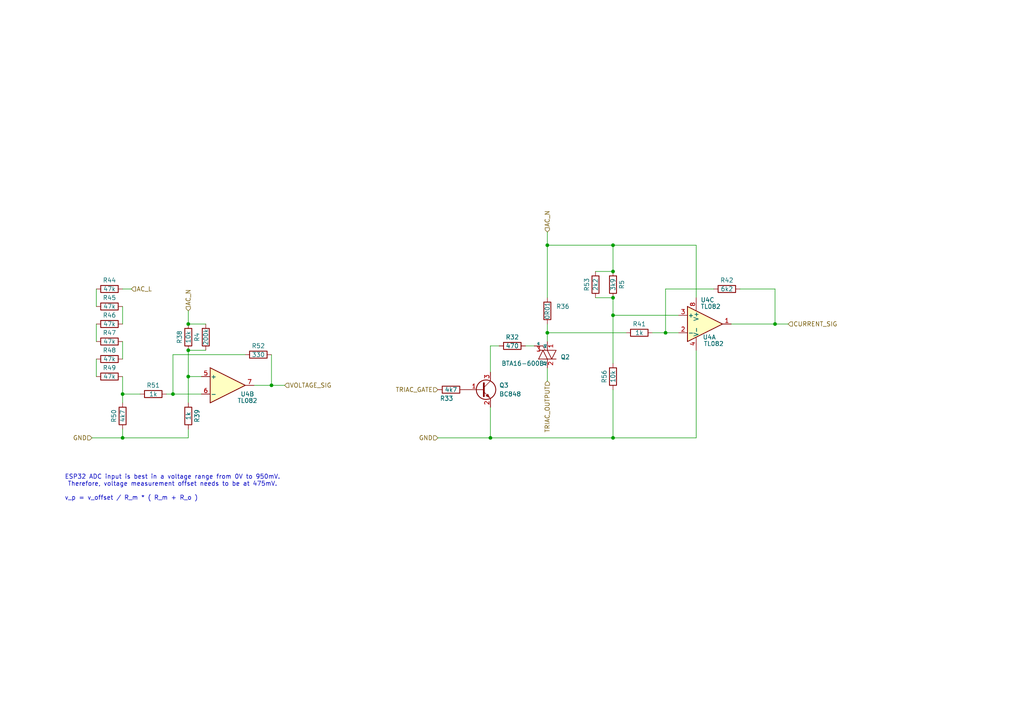
<source format=kicad_sch>
(kicad_sch (version 20231120) (generator "eeschema") (generator_version "8.0")
  (paper "A4")
  (lib_symbols
    (symbol "Amplifier_Operational:TL082" (pin_names (offset 0.127))
      (property "Reference" "U" (at 0 5.08 0))
      (property "Value" "TL082" (at 0 -5.08 0))
      (symbol "TL082_1_1"
        (polyline (pts (xy -5.08 5.08) (xy 5.08 0) (xy -5.08 -5.08) (xy -5.08 5.08)) (stroke (width 0.254)) (fill (type background)))
        (pin output line (at 7.62 0 180) (length 2.54) (name "~") (number "1"))
        (pin input line (at -7.62 -2.54 0) (length 2.54) (name "-") (number "2"))
        (pin input line (at -7.62 2.54 0) (length 2.54) (name "+") (number "3"))
      )
      (symbol "TL082_2_1"
        (polyline (pts (xy -5.08 5.08) (xy 5.08 0) (xy -5.08 -5.08) (xy -5.08 5.08)) (stroke (width 0.254)) (fill (type background)))
        (pin input line (at -7.62 2.54 0) (length 2.54) (name "+") (number "5"))
        (pin input line (at -7.62 -2.54 0) (length 2.54) (name "-") (number "6"))
        (pin output line (at 7.62 0 180) (length 2.54) (name "~") (number "7"))
      )
      (symbol "TL082_3_1"
        (pin power_in line (at -2.54 -7.62 90) (length 3.81) (name "V-") (number "4"))
        (pin power_in line (at -2.54 7.62 270) (length 3.81) (name "V+") (number "8"))
      )
    )
    (symbol "Device:R" (pin_numbers hide) (pin_names (offset 0))
      (property "Reference" "R" (at 2.032 0 90))
      (property "Value" "R" (at 0 0 90))
      (symbol "R_0_1"
        (rectangle (start -1.016 -2.54) (end 1.016 2.54) (stroke (width 0.254)))
      )
      (symbol "R_1_1"
        (pin passive line (at 0 3.81 270) (length 1.27) (name "~") (number "1"))
        (pin passive line (at 0 -3.81 90) (length 1.27) (name "~") (number "2"))
      )
    )
    (symbol "Transistor_BJT:BC848" (pin_names (offset 0) hide)
      (property "Reference" "Q" (at 5.08 1.905 0))
      (property "Value" "BC848" (at 5.08 0 0))
      (symbol "BC848_0_1"
        (polyline (pts (xy 0.635 0.635) (xy 2.54 2.54)))
        (polyline (pts (xy 0.635 -0.635) (xy 2.54 -2.54) (xy 2.54 -2.54)))
        (polyline (pts (xy 0.635 1.905) (xy 0.635 -1.905) (xy 0.635 -1.905)) (stroke (width 0.508)))
        (polyline (pts (xy 1.27 -1.778) (xy 1.778 -1.27) (xy 2.286 -2.286) (xy 1.27 -1.778) (xy 1.27 -1.778)) (fill (type outline)))
        (circle (center 1.27 0) (radius 2.8194) (stroke (width 0.254)))
      )
      (symbol "BC848_1_1"
        (pin input line (at -5.08 0 0) (length 5.715) (name "B") (number "1"))
        (pin passive line (at 2.54 -5.08 90) (length 2.54) (name "E") (number "2"))
        (pin passive line (at 2.54 5.08 270) (length 2.54) (name "C") (number "3"))
      )
    )
    (symbol "Triac_Thyristor:BTA16-600B" (pin_names (offset 0))
      (property "Reference" "Q" (at 5.08 1.905 0))
      (property "Value" "BTA16-600B" (at 5.08 0 0))
      (symbol "BTA16-600B_0_1"
        (polyline (pts (xy -2.54 -1.27) (xy 2.54 -1.27)) (stroke (width 0.2032)))
        (polyline (pts (xy -2.54 1.27) (xy 2.54 1.27)) (stroke (width 0.2032)))
        (polyline (pts (xy -1.27 -2.54) (xy -0.635 -1.27)))
        (polyline (pts (xy -2.54 1.27) (xy -1.27 -1.27) (xy 0 1.27)) (stroke (width 0.2032)))
        (polyline (pts (xy 0 -1.27) (xy 1.27 1.27) (xy 2.54 -1.27)) (stroke (width 0.2032)))
      )
      (symbol "BTA16-600B_1_1"
        (pin passive line (at 0 -3.81 90) (length 2.54) (name "A1") (number "1"))
        (pin passive line (at 0 3.81 270) (length 2.54) (name "A2") (number "2"))
        (pin input line (at -3.81 -2.54 0) (length 2.54) (name "G") (number "3"))
      )
    )
  )
  (junction (at 177.8 71.12))
  (junction (at 54.61 101.6))
  (junction (at 177.8 86.36))
  (junction (at 193.04 96.52))
  (junction (at 177.8 91.44))
  (junction (at 54.61 109.22))
  (junction (at 158.75 96.52))
  (junction (at 54.61 93.98))
  (junction (at 142.24 127))
  (junction (at 78.74 111.76))
  (junction (at 35.56 114.3))
  (junction (at 50.165 114.3))
  (junction (at 158.75 71.12))
  (junction (at 177.8 127))
  (junction (at 35.56 127))
  (junction (at 177.8 78.74))
  (junction (at 224.79 93.98))
  (wire (pts (xy 177.8 71.12) (xy 177.8 78.74)))
  (wire (pts (xy 177.8 113.03) (xy 177.8 127)))
  (wire (pts (xy 35.56 88.9) (xy 35.56 93.98)))
  (wire (pts (xy 201.93 86.36) (xy 201.93 71.12)))
  (wire (pts (xy 158.75 96.52) (xy 181.61 96.52)))
  (wire (pts (xy 78.74 102.87) (xy 78.74 111.76)))
  (wire (pts (xy 212.09 93.98) (xy 224.79 93.98)))
  (wire (pts (xy 172.72 86.36) (xy 177.8 86.36)))
  (wire (pts (xy 71.12 102.87) (xy 50.165 102.87)))
  (wire (pts (xy 172.72 78.74) (xy 177.8 78.74)))
  (wire (pts (xy 35.56 127) (xy 54.61 127)))
  (wire (pts (xy 35.56 114.3) (xy 40.64 114.3)))
  (wire (pts (xy 54.61 109.22) (xy 58.42 109.22)))
  (wire (pts (xy 158.75 93.98) (xy 158.75 96.52)))
  (wire (pts (xy 224.79 93.98) (xy 228.6 93.98)))
  (wire (pts (xy 158.75 106.68) (xy 158.75 110.49)))
  (wire (pts (xy 27.94 93.98) (xy 27.94 99.06)))
  (wire (pts (xy 158.75 67.31) (xy 158.75 71.12)))
  (wire (pts (xy 158.75 96.52) (xy 158.75 99.06)))
  (wire (pts (xy 177.8 91.44) (xy 177.8 105.41)))
  (wire (pts (xy 35.56 99.06) (xy 35.56 104.14)))
  (wire (pts (xy 189.23 96.52) (xy 193.04 96.52)))
  (wire (pts (xy 224.79 93.98) (xy 224.79 83.82)))
  (wire (pts (xy 27.94 104.14) (xy 27.94 109.22)))
  (wire (pts (xy 177.8 127) (xy 201.93 127)))
  (wire (pts (xy 54.61 124.46) (xy 54.61 127)))
  (wire (pts (xy 54.61 93.98) (xy 59.69 93.98)))
  (wire (pts (xy 177.8 91.44) (xy 177.8 86.36)))
  (wire (pts (xy 54.61 109.22) (xy 54.61 116.84)))
  (wire (pts (xy 127 127) (xy 142.24 127)))
  (wire (pts (xy 48.26 114.3) (xy 50.165 114.3)))
  (wire (pts (xy 50.165 102.87) (xy 50.165 114.3)))
  (wire (pts (xy 142.24 118.11) (xy 142.24 127)))
  (wire (pts (xy 158.75 71.12) (xy 177.8 71.12)))
  (wire (pts (xy 73.66 111.76) (xy 78.74 111.76)))
  (wire (pts (xy 35.56 124.46) (xy 35.56 127)))
  (wire (pts (xy 177.8 71.12) (xy 201.93 71.12)))
  (wire (pts (xy 193.04 83.82) (xy 193.04 96.52)))
  (wire (pts (xy 142.24 127) (xy 177.8 127)))
  (wire (pts (xy 158.75 71.12) (xy 158.75 86.36)))
  (wire (pts (xy 142.24 100.33) (xy 144.78 100.33)))
  (wire (pts (xy 207.01 83.82) (xy 193.04 83.82)))
  (wire (pts (xy 78.74 111.76) (xy 82.55 111.76)))
  (wire (pts (xy 54.61 101.6) (xy 54.61 109.22)))
  (wire (pts (xy 54.61 90.17) (xy 54.61 93.98)))
  (wire (pts (xy 27.94 83.82) (xy 27.94 88.9)))
  (wire (pts (xy 152.4 100.33) (xy 154.94 100.33)))
  (wire (pts (xy 35.56 109.22) (xy 35.56 114.3)))
  (wire (pts (xy 38.1 83.82) (xy 35.56 83.82)))
  (wire (pts (xy 26.67 127) (xy 35.56 127)))
  (wire (pts (xy 214.63 83.82) (xy 224.79 83.82)))
  (wire (pts (xy 54.61 101.6) (xy 59.69 101.6)))
  (wire (pts (xy 193.04 96.52) (xy 196.85 96.52)))
  (wire (pts (xy 201.93 101.6) (xy 201.93 127)))
  (wire (pts (xy 50.165 114.3) (xy 58.42 114.3)))
  (wire (pts (xy 177.8 91.44) (xy 196.85 91.44)))
  (wire (pts (xy 35.56 114.3) (xy 35.56 116.84)))
  (wire (pts (xy 142.24 100.33) (xy 142.24 107.95)))
  (text "ESP32 ADC input is best in a voltage range from 0V to 950mV.\nTherefore, voltage measurement offset needs to be at 475mV.\n" (at 50.038 139.446 0) (effects (font (size 1.27 1.27))))
  (text "v_p = v_offset / R_m * ( R_m + R_o )" (at 38.1 144.526 0) (effects (font (size 1.27 1.27))))
  (hierarchical_label "TRIAC_OUTPUT" (shape input) (at 158.75 110.49 270))
  (hierarchical_label "AC_N" (shape input) (at 158.75 67.31 90))
  (hierarchical_label "GND" (shape input) (at 127 127 180))
  (hierarchical_label "GND" (shape input) (at 26.67 127 180))
  (hierarchical_label "AC_N" (shape input) (at 54.61 90.17 90))
  (hierarchical_label "AC_L" (shape input) (at 38.1 83.82 0))
  (hierarchical_label "CURRENT_SIG" (shape input) (at 228.6 93.98 0))
  (hierarchical_label "VOLTAGE_SIG" (shape input) (at 82.55 111.76 0))
  (hierarchical_label "TRIAC_GATE" (shape input) (at 127 113.03 180))
  (symbol (lib_id "Device:R") (at 44.45 114.3 90) (unit 1)
    (property "Reference" "R51" (at 44.45 111.76 90))
    (property "Value" "1k" (at 44.45 114.3 90))
    (property "Footprint" "Resistor_SMD:R_0603_1608Metric" (effects (hide yes)))
  )
  (symbol (lib_id "Triac_Thyristor:BTA16-600B") (at 158.75 102.87 0) (mirror x) (unit 1)
    (property "Reference" "Q2" (at 162.56 103.5559 0) (effects (justify left)))
    (property "Value" "BTA16-600B" (at 145.415 105.41 0) (effects (justify left)))
    (property "Footprint" "Package_TO_SOT_THT:TO-220-3_Horizontal_TabDown" (effects (hide yes)))
    (property "Datasheet" "https://www.st.com/resource/en/datasheet/bta16.pdf" (effects (hide yes)))
  )
  (symbol (lib_id "Device:R") (at 54.61 97.79 0) (mirror y) (unit 1)
    (property "Reference" "R38" (at 52.07 97.79 90))
    (property "Value" "10k" (at 54.61 97.79 90))
    (property "Footprint" "Resistor_SMD:R_0603_1608Metric" (effects (hide yes)))
  )
  (symbol (lib_id "Device:R") (at 177.8 82.55 0) (mirror x) (unit 1)
    (property "Reference" "R5" (at 180.34 82.55 90))
    (property "Value" "3k9" (at 177.8 82.55 90))
    (property "Footprint" "Resistor_SMD:R_0603_1608Metric" (effects (hide yes)))
  )
  (symbol (lib_id "Device:R") (at 172.72 82.55 0) (mirror y) (unit 1)
    (property "Reference" "R53" (at 170.18 82.55 90))
    (property "Value" "2k2" (at 172.72 82.55 90))
    (property "Footprint" "Resistor_SMD:R_0603_1608Metric" (effects (hide yes)))
  )
  (symbol (lib_id "Device:R") (at 54.61 120.65 0) (mirror y) (unit 1)
    (property "Reference" "R39" (at 57.15 120.65 90))
    (property "Value" "1k" (at 54.61 120.65 90))
    (property "Footprint" "Resistor_SMD:R_0603_1608Metric" (effects (hide yes)))
  )
  (symbol (lib_id "Device:R") (at 148.59 100.33 90) (unit 1)
    (property "Reference" "R32" (at 148.59 97.79 90))
    (property "Value" "470" (at 148.59 100.33 90))
    (property "Footprint" "Resistor_SMD:R_0603_1608Metric" (effects (hide yes)))
  )
  (symbol (lib_id "Amplifier_Operational:TL082") (at 204.47 93.98 0) (unit 3)
    (property "Reference" "U4" (at 203.2 86.995 0) (effects (justify left)))
    (property "Value" "TL082" (at 203.2 88.9 0) (effects (justify left)))
    (property "Footprint" "Package_SO:SO-8_5.3x6.2mm_P1.27mm" (effects (hide yes)))
    (property "Datasheet" "http://www.ti.com/lit/ds/symlink/tl081.pdf" (effects (hide yes)))
  )
  (symbol (lib_id "Device:R") (at 158.75 90.17 0) (unit 1)
    (property "Reference" "R36" (at 161.29 88.8999 0) (effects (justify left)))
    (property "Value" "0R01" (at 158.75 92.71 90) (effects (justify left)))
    (property "Footprint" "Resistor_SMD:R_2512_6332Metric" (effects (hide yes)))
  )
  (symbol (lib_id "Device:R") (at 31.75 93.98 270) (mirror x) (unit 1)
    (property "Reference" "R46" (at 31.75 91.44 90))
    (property "Value" "47k" (at 31.75 93.98 90))
    (property "Footprint" "Resistor_SMD:R_0603_1608Metric" (effects (hide yes)))
  )
  (symbol (lib_id "Device:R") (at 31.75 83.82 270) (mirror x) (unit 1)
    (property "Reference" "R44" (at 31.75 81.28 90))
    (property "Value" "47k" (at 31.75 83.82 90))
    (property "Footprint" "Resistor_SMD:R_0603_1608Metric" (effects (hide yes)))
  )
  (symbol (lib_id "Amplifier_Operational:TL082") (at 204.47 93.98 0) (unit 1)
    (property "Reference" "U4" (at 205.74 97.79 0))
    (property "Value" "TL082" (at 207.01 99.695 0))
    (property "Footprint" "Package_SO:SO-8_5.3x6.2mm_P1.27mm" (effects (hide yes)))
    (property "Datasheet" "http://www.ti.com/lit/ds/symlink/tl081.pdf" (effects (hide yes)))
  )
  (symbol (lib_id "Device:R") (at 31.75 104.14 270) (mirror x) (unit 1)
    (property "Reference" "R48" (at 31.75 101.6 90))
    (property "Value" "47k" (at 31.75 104.14 90))
    (property "Footprint" "Resistor_SMD:R_0603_1608Metric" (effects (hide yes)))
  )
  (symbol (lib_id "Amplifier_Operational:TL082") (at 66.04 111.76 0) (unit 2)
    (property "Reference" "U4" (at 71.755 114.3 0))
    (property "Value" "TL082" (at 71.755 116.205 0))
    (property "Footprint" "Package_SO:SO-8_5.3x6.2mm_P1.27mm" (effects (hide yes)))
    (property "Datasheet" "http://www.ti.com/lit/ds/symlink/tl081.pdf" (effects (hide yes)))
  )
  (symbol (lib_id "Transistor_BJT:BC848") (at 139.7 113.03 0) (unit 1)
    (property "Reference" "Q3" (at 144.78 111.7599 0) (effects (justify left)))
    (property "Value" "BC848" (at 144.78 114.2999 0) (effects (justify left)))
    (property "Footprint" "Package_TO_SOT_SMD:SOT-23" (effects (hide yes)))
    (property "Datasheet" "http://www.infineon.com/dgdl/Infineon-BC847SERIES_BC848SERIES_BC849SERIES_BC850SERIES-DS-v01_01-en.pdf?fileId=db3a304314dca389011541d4630a1657" (effects (hide yes)))
  )
  (symbol (lib_id "Device:R") (at 35.56 120.65 0) (mirror y) (unit 1)
    (property "Reference" "R50" (at 33.02 120.65 90))
    (property "Value" "4k7" (at 35.56 120.65 90))
    (property "Footprint" "Resistor_SMD:R_0603_1608Metric" (effects (hide yes)))
  )
  (symbol (lib_id "Device:R") (at 31.75 88.9 270) (mirror x) (unit 1)
    (property "Reference" "R45" (at 31.75 86.36 90))
    (property "Value" "47k" (at 31.75 88.9 90))
    (property "Footprint" "Resistor_SMD:R_0603_1608Metric" (effects (hide yes)))
  )
  (symbol (lib_id "Device:R") (at 31.75 109.22 270) (mirror x) (unit 1)
    (property "Reference" "R49" (at 31.75 106.68 90))
    (property "Value" "47k" (at 31.75 109.22 90))
    (property "Footprint" "Resistor_SMD:R_0603_1608Metric" (effects (hide yes)))
  )
  (symbol (lib_id "Device:R") (at 130.81 113.03 90) (mirror x) (unit 1)
    (property "Reference" "R33" (at 129.54 115.57 90))
    (property "Value" "4k7" (at 130.81 113.03 90))
    (property "Footprint" "Resistor_SMD:R_0603_1608Metric" (effects (hide yes)))
  )
  (symbol (lib_id "Device:R") (at 177.8 109.22 180) (unit 1)
    (property "Reference" "R56" (at 175.26 109.22 90))
    (property "Value" "10k" (at 177.8 109.22 90))
    (property "Footprint" "Resistor_SMD:R_0603_1608Metric" (effects (hide yes)))
  )
  (symbol (lib_id "Device:R") (at 185.42 96.52 90) (unit 1)
    (property "Reference" "R41" (at 185.42 93.98 90))
    (property "Value" "1k" (at 185.42 96.52 90))
    (property "Footprint" "Resistor_SMD:R_0603_1608Metric" (effects (hide yes)))
  )
  (symbol (lib_id "Device:R") (at 210.82 83.82 90) (unit 1)
    (property "Reference" "R42" (at 210.82 81.28 90))
    (property "Value" "6k2" (at 210.82 83.82 90))
    (property "Footprint" "Resistor_SMD:R_0603_1608Metric" (effects (hide yes)))
  )
  (symbol (lib_id "Device:R") (at 74.93 102.87 90) (unit 1)
    (property "Reference" "R52" (at 74.93 100.33 90))
    (property "Value" "330" (at 74.93 102.87 90))
    (property "Footprint" "Resistor_SMD:R_0603_1608Metric" (effects (hide yes)))
  )
  (symbol (lib_id "Device:R") (at 31.75 99.06 270) (mirror x) (unit 1)
    (property "Reference" "R47" (at 31.75 96.52 90))
    (property "Value" "47k" (at 31.75 99.06 90))
    (property "Footprint" "Resistor_SMD:R_0603_1608Metric" (effects (hide yes)))
  )
  (symbol (lib_id "Device:R") (at 59.69 97.79 0) (mirror y) (unit 1)
    (property "Reference" "R4" (at 57.15 97.79 90))
    (property "Value" "200k" (at 59.69 97.79 90))
    (property "Footprint" "Resistor_SMD:R_0603_1608Metric" (effects (hide yes)))
  )
)
</source>
